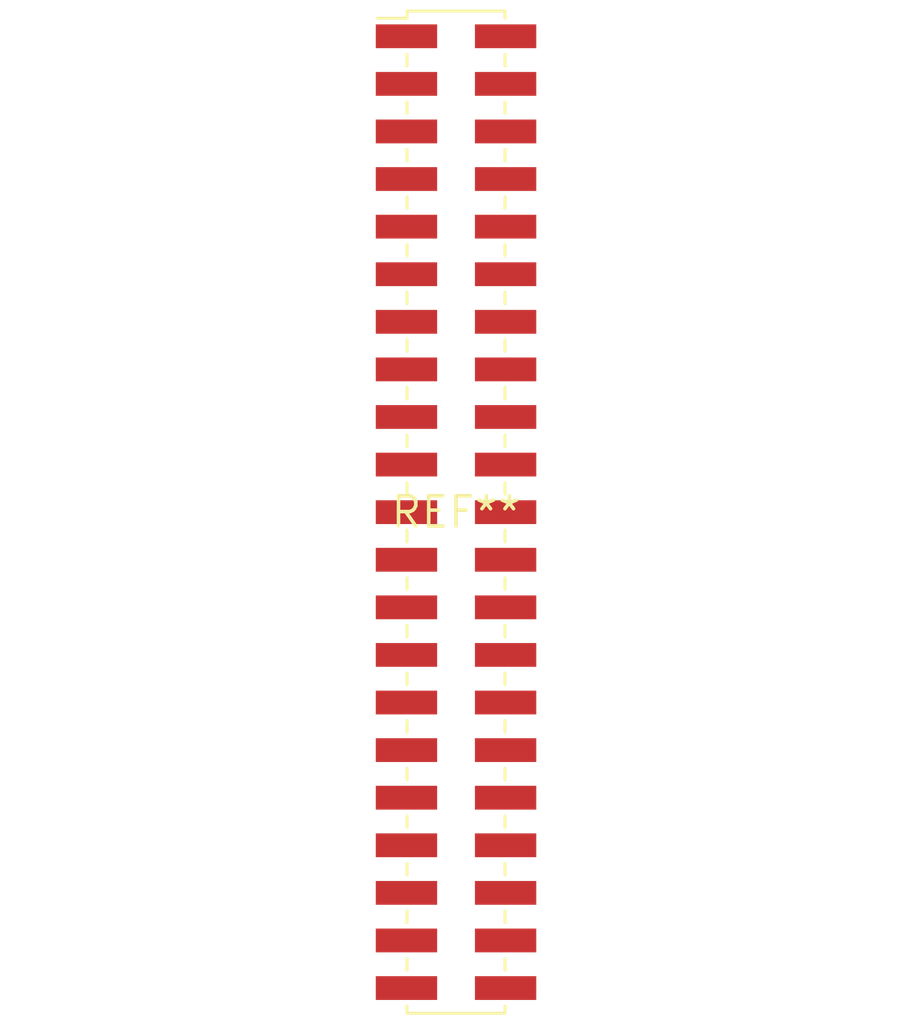
<source format=kicad_pcb>
(kicad_pcb (version 20240108) (generator pcbnew)
  (layers (0 "F.Cu" signal) (31 "B.Cu" signal) (34 "B.Paste" user) (35 "F.Paste" user) (36 "B.SilkS" user "B.Silkscreen") (37 "F.SilkS" user "F.Silkscreen") (38 "B.Mask" user) (39 "F.Mask" user) (44 "Edge.Cuts" user))
  (net 0 "")
  (footprint "PinHeader_2x21_P2.00mm_Vertical_SMD" (layer "F.Cu") (at 0 0)
    (property "Reference" "REF**")
    (property "Value" "PinHeader_2x21_P2.00mm_Vertical_SMD")
    (fp_line (start -3.315 -20.76) (end -2.06 -20.76) (layer "F.SilkS") (stroke (width 0.12)))
    (fp_line (start -2.06 -21.06) (end -2.06 -20.76) (layer "F.SilkS") (stroke (width 0.12)))
    (fp_line (start -2.06 -21.06) (end 2.06 -21.06) (layer "F.SilkS") (stroke (width 0.12)))
    (fp_line (start -2.06 -19.24) (end -2.06 -18.76) (layer "F.SilkS") (stroke (width 0.12)))
    (fp_line (start -2.06 -17.24) (end -2.06 -16.76) (layer "F.SilkS") (stroke (width 0.12)))
    (fp_line (start -2.06 -15.24) (end -2.06 -14.76) (layer "F.SilkS") (stroke (width 0.12)))
    (fp_line (start -2.06 -13.24) (end -2.06 -12.76) (layer "F.SilkS") (stroke (width 0.12)))
    (fp_line (start -2.06 -11.24) (end -2.06 -10.76) (layer "F.SilkS") (stroke (width 0.12)))
    (fp_line (start -2.06 -9.24) (end -2.06 -8.76) (layer "F.SilkS") (stroke (width 0.12)))
    (fp_line (start -2.06 -7.24) (end -2.06 -6.76) (layer "F.SilkS") (stroke (width 0.12)))
    (fp_line (start -2.06 -5.24) (end -2.06 -4.76) (layer "F.SilkS") (stroke (width 0.12)))
    (fp_line (start -2.06 -3.24) (end -2.06 -2.76) (layer "F.SilkS") (stroke (width 0.12)))
    (fp_line (start -2.06 -1.24) (end -2.06 -0.76) (layer "F.SilkS") (stroke (width 0.12)))
    (fp_line (start -2.06 0.76) (end -2.06 1.24) (layer "F.SilkS") (stroke (width 0.12)))
    (fp_line (start -2.06 2.76) (end -2.06 3.24) (layer "F.SilkS") (stroke (width 0.12)))
    (fp_line (start -2.06 4.76) (end -2.06 5.24) (layer "F.SilkS") (stroke (width 0.12)))
    (fp_line (start -2.06 6.76) (end -2.06 7.24) (layer "F.SilkS") (stroke (width 0.12)))
    (fp_line (start -2.06 8.76) (end -2.06 9.24) (layer "F.SilkS") (stroke (width 0.12)))
    (fp_line (start -2.06 10.76) (end -2.06 11.24) (layer "F.SilkS") (stroke (width 0.12)))
    (fp_line (start -2.06 12.76) (end -2.06 13.24) (layer "F.SilkS") (stroke (width 0.12)))
    (fp_line (start -2.06 14.76) (end -2.06 15.24) (layer "F.SilkS") (stroke (width 0.12)))
    (fp_line (start -2.06 16.76) (end -2.06 17.24) (layer "F.SilkS") (stroke (width 0.12)))
    (fp_line (start -2.06 18.76) (end -2.06 19.24) (layer "F.SilkS") (stroke (width 0.12)))
    (fp_line (start -2.06 20.76) (end -2.06 21.06) (layer "F.SilkS") (stroke (width 0.12)))
    (fp_line (start -2.06 21.06) (end 2.06 21.06) (layer "F.SilkS") (stroke (width 0.12)))
    (fp_line (start 2.06 -21.06) (end 2.06 -20.76) (layer "F.SilkS") (stroke (width 0.12)))
    (fp_line (start 2.06 -19.24) (end 2.06 -18.76) (layer "F.SilkS") (stroke (width 0.12)))
    (fp_line (start 2.06 -17.24) (end 2.06 -16.76) (layer "F.SilkS") (stroke (width 0.12)))
    (fp_line (start 2.06 -15.24) (end 2.06 -14.76) (layer "F.SilkS") (stroke (width 0.12)))
    (fp_line (start 2.06 -13.24) (end 2.06 -12.76) (layer "F.SilkS") (stroke (width 0.12)))
    (fp_line (start 2.06 -11.24) (end 2.06 -10.76) (layer "F.SilkS") (stroke (width 0.12)))
    (fp_line (start 2.06 -9.24) (end 2.06 -8.76) (layer "F.SilkS") (stroke (width 0.12)))
    (fp_line (start 2.06 -7.24) (end 2.06 -6.76) (layer "F.SilkS") (stroke (width 0.12)))
    (fp_line (start 2.06 -5.24) (end 2.06 -4.76) (layer "F.SilkS") (stroke (width 0.12)))
    (fp_line (start 2.06 -3.24) (end 2.06 -2.76) (layer "F.SilkS") (stroke (width 0.12)))
    (fp_line (start 2.06 -1.24) (end 2.06 -0.76) (layer "F.SilkS") (stroke (width 0.12)))
    (fp_line (start 2.06 0.76) (end 2.06 1.24) (layer "F.SilkS") (stroke (width 0.12)))
    (fp_line (start 2.06 2.76) (end 2.06 3.24) (layer "F.SilkS") (stroke (width 0.12)))
    (fp_line (start 2.06 4.76) (end 2.06 5.24) (layer "F.SilkS") (stroke (width 0.12)))
    (fp_line (start 2.06 6.76) (end 2.06 7.24) (layer "F.SilkS") (stroke (width 0.12)))
    (fp_line (start 2.06 8.76) (end 2.06 9.24) (layer "F.SilkS") (stroke (width 0.12)))
    (fp_line (start 2.06 10.76) (end 2.06 11.24) (layer "F.SilkS") (stroke (width 0.12)))
    (fp_line (start 2.06 12.76) (end 2.06 13.24) (layer "F.SilkS") (stroke (width 0.12)))
    (fp_line (start 2.06 14.76) (end 2.06 15.24) (layer "F.SilkS") (stroke (width 0.12)))
    (fp_line (start 2.06 16.76) (end 2.06 17.24) (layer "F.SilkS") (stroke (width 0.12)))
    (fp_line (start 2.06 18.76) (end 2.06 19.24) (layer "F.SilkS") (stroke (width 0.12)))
    (fp_line (start 2.06 20.76) (end 2.06 21.06) (layer "F.SilkS") (stroke (width 0.12)))
    (pad "1" smd rect (at -2.085 -20) (size 2.58 1) (layers "F.Cu" "F.Paste" "F.Mask"))
    (pad "2" smd rect (at 2.085 -20) (size 2.58 1) (layers "F.Cu" "F.Paste" "F.Mask"))
    (pad "3" smd rect (at -2.085 -18) (size 2.58 1) (layers "F.Cu" "F.Paste" "F.Mask"))
    (pad "4" smd rect (at 2.085 -18) (size 2.58 1) (layers "F.Cu" "F.Paste" "F.Mask"))
    (pad "5" smd rect (at -2.085 -16) (size 2.58 1) (layers "F.Cu" "F.Paste" "F.Mask"))
    (pad "6" smd rect (at 2.085 -16) (size 2.58 1) (layers "F.Cu" "F.Paste" "F.Mask"))
    (pad "7" smd rect (at -2.085 -14) (size 2.58 1) (layers "F.Cu" "F.Paste" "F.Mask"))
    (pad "8" smd rect (at 2.085 -14) (size 2.58 1) (layers "F.Cu" "F.Paste" "F.Mask"))
    (pad "9" smd rect (at -2.085 -12) (size 2.58 1) (layers "F.Cu" "F.Paste" "F.Mask"))
    (pad "10" smd rect (at 2.085 -12) (size 2.58 1) (layers "F.Cu" "F.Paste" "F.Mask"))
    (pad "11" smd rect (at -2.085 -10) (size 2.58 1) (layers "F.Cu" "F.Paste" "F.Mask"))
    (pad "12" smd rect (at 2.085 -10) (size 2.58 1) (layers "F.Cu" "F.Paste" "F.Mask"))
    (pad "13" smd rect (at -2.085 -8) (size 2.58 1) (layers "F.Cu" "F.Paste" "F.Mask"))
    (pad "14" smd rect (at 2.085 -8) (size 2.58 1) (layers "F.Cu" "F.Paste" "F.Mask"))
    (pad "15" smd rect (at -2.085 -6) (size 2.58 1) (layers "F.Cu" "F.Paste" "F.Mask"))
    (pad "16" smd rect (at 2.085 -6) (size 2.58 1) (layers "F.Cu" "F.Paste" "F.Mask"))
    (pad "17" smd rect (at -2.085 -4) (size 2.58 1) (layers "F.Cu" "F.Paste" "F.Mask"))
    (pad "18" smd rect (at 2.085 -4) (size 2.58 1) (layers "F.Cu" "F.Paste" "F.Mask"))
    (pad "19" smd rect (at -2.085 -2) (size 2.58 1) (layers "F.Cu" "F.Paste" "F.Mask"))
    (pad "20" smd rect (at 2.085 -2) (size 2.58 1) (layers "F.Cu" "F.Paste" "F.Mask"))
    (pad "21" smd rect (at -2.085 0) (size 2.58 1) (layers "F.Cu" "F.Paste" "F.Mask"))
    (pad "22" smd rect (at 2.085 0) (size 2.58 1) (layers "F.Cu" "F.Paste" "F.Mask"))
    (pad "23" smd rect (at -2.085 2) (size 2.58 1) (layers "F.Cu" "F.Paste" "F.Mask"))
    (pad "24" smd rect (at 2.085 2) (size 2.58 1) (layers "F.Cu" "F.Paste" "F.Mask"))
    (pad "25" smd rect (at -2.085 4) (size 2.58 1) (layers "F.Cu" "F.Paste" "F.Mask"))
    (pad "26" smd rect (at 2.085 4) (size 2.58 1) (layers "F.Cu" "F.Paste" "F.Mask"))
    (pad "27" smd rect (at -2.085 6) (size 2.58 1) (layers "F.Cu" "F.Paste" "F.Mask"))
    (pad "28" smd rect (at 2.085 6) (size 2.58 1) (layers "F.Cu" "F.Paste" "F.Mask"))
    (pad "29" smd rect (at -2.085 8) (size 2.58 1) (layers "F.Cu" "F.Paste" "F.Mask"))
    (pad "30" smd rect (at 2.085 8) (size 2.58 1) (layers "F.Cu" "F.Paste" "F.Mask"))
    (pad "31" smd rect (at -2.085 10) (size 2.58 1) (layers "F.Cu" "F.Paste" "F.Mask"))
    (pad "32" smd rect (at 2.085 10) (size 2.58 1) (layers "F.Cu" "F.Paste" "F.Mask"))
    (pad "33" smd rect (at -2.085 12) (size 2.58 1) (layers "F.Cu" "F.Paste" "F.Mask"))
    (pad "34" smd rect (at 2.085 12) (size 2.58 1) (layers "F.Cu" "F.Paste" "F.Mask"))
    (pad "35" smd rect (at -2.085 14) (size 2.58 1) (layers "F.Cu" "F.Paste" "F.Mask"))
    (pad "36" smd rect (at 2.085 14) (size 2.58 1) (layers "F.Cu" "F.Paste" "F.Mask"))
    (pad "37" smd rect (at -2.085 16) (size 2.58 1) (layers "F.Cu" "F.Paste" "F.Mask"))
    (pad "38" smd rect (at 2.085 16) (size 2.58 1) (layers "F.Cu" "F.Paste" "F.Mask"))
    (pad "39" smd rect (at -2.085 18) (size 2.58 1) (layers "F.Cu" "F.Paste" "F.Mask"))
    (pad "40" smd rect (at 2.085 18) (size 2.58 1) (layers "F.Cu" "F.Paste" "F.Mask"))
    (pad "41" smd rect (at -2.085 20) (size 2.58 1) (layers "F.Cu" "F.Paste" "F.Mask"))
    (pad "42" smd rect (at 2.085 20) (size 2.58 1) (layers "F.Cu" "F.Paste" "F.Mask"))
  )
)
</source>
